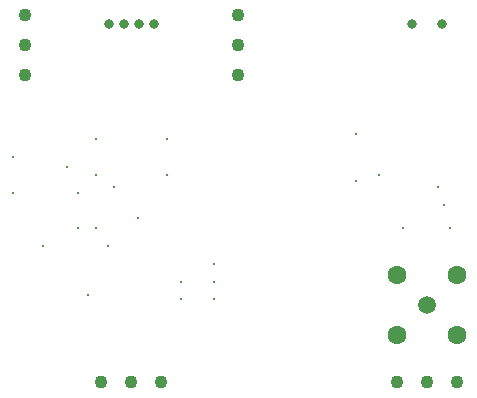
<source format=gbr>
%TF.GenerationSoftware,Altium Limited,Altium Designer,24.10.1 (45)*%
G04 Layer_Color=0*
%FSLAX45Y45*%
%MOMM*%
%TF.SameCoordinates,A6A100A0-8C7F-4B02-B864-72EC464A77B6*%
%TF.FilePolarity,Positive*%
%TF.FileFunction,Plated,1,2,PTH,Drill*%
%TF.Part,Single*%
G01*
G75*
%TA.AperFunction,ComponentDrill*%
%ADD59C,0.80000*%
%ADD60C,1.10000*%
%ADD61C,1.60000*%
%ADD62C,1.50000*%
%ADD63C,1.10000*%
%TA.AperFunction,ViaDrill,NotFilled*%
%ADD64C,0.30000*%
D59*
X1123000Y2083000D02*
D03*
X1377000D02*
D03*
X-1186500Y2083000D02*
D03*
X-1059500D02*
D03*
X-1313500D02*
D03*
X-1440500D02*
D03*
D60*
X1504000Y-950000D02*
D03*
X1250000D02*
D03*
X996000D02*
D03*
X-1504000Y-950000D02*
D03*
X-1250000D02*
D03*
X-996000D02*
D03*
D61*
X996000Y-554000D02*
D03*
Y-46000D02*
D03*
X1504000Y-554000D02*
D03*
Y-46000D02*
D03*
D62*
X1250000Y-300000D02*
D03*
D63*
X-350000Y2154000D02*
D03*
Y1900000D02*
D03*
Y1646000D02*
D03*
X-2150000Y2154000D02*
D03*
Y1900000D02*
D03*
Y1646000D02*
D03*
D64*
X-1700000Y350000D02*
D03*
X1049967Y350000D02*
D03*
X650000Y1150000D02*
D03*
X1450000Y350000D02*
D03*
X1400000Y550000D02*
D03*
X1350000Y700000D02*
D03*
X850000Y800000D02*
D03*
X650000Y750000D02*
D03*
X-1792341Y870000D02*
D03*
X-1192500Y442500D02*
D03*
X-2000000Y200000D02*
D03*
X-1550000Y350000D02*
D03*
X-1450000Y200000D02*
D03*
X-825000Y-250000D02*
D03*
X-825000Y-100000D02*
D03*
X-1620000Y-213500D02*
D03*
X-2250001Y955000D02*
D03*
X-950000Y1105000D02*
D03*
X-1550000D02*
D03*
X-2250000Y650000D02*
D03*
X-1700000Y650000D02*
D03*
X-1397500Y700000D02*
D03*
X-1550000Y800000D02*
D03*
X-950000D02*
D03*
X-550000Y-250000D02*
D03*
Y-100000D02*
D03*
Y50000D02*
D03*
%TF.MD5,786be9d3e062628936c600f8edb8fe5b*%
M02*

</source>
